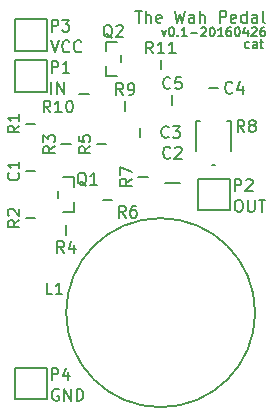
<source format=gbr>
G04 #@! TF.FileFunction,Legend,Top*
%FSLAX46Y46*%
G04 Gerber Fmt 4.6, Leading zero omitted, Abs format (unit mm)*
G04 Created by KiCad (PCBNEW 4.0.2-4+6225~38~ubuntu14.04.1-stable) date Fri 29 Apr 2016 12:46:25 PM PDT*
%MOMM*%
G01*
G04 APERTURE LIST*
%ADD10C,0.100000*%
%ADD11C,0.150000*%
%ADD12C,0.200000*%
G04 APERTURE END LIST*
D10*
D11*
X149500000Y-99053571D02*
X149428571Y-99089286D01*
X149285714Y-99089286D01*
X149214286Y-99053571D01*
X149178571Y-99017857D01*
X149142857Y-98946429D01*
X149142857Y-98732143D01*
X149178571Y-98660714D01*
X149214286Y-98625000D01*
X149285714Y-98589286D01*
X149428571Y-98589286D01*
X149500000Y-98625000D01*
X150142857Y-99089286D02*
X150142857Y-98696429D01*
X150107143Y-98625000D01*
X150035714Y-98589286D01*
X149892857Y-98589286D01*
X149821428Y-98625000D01*
X150142857Y-99053571D02*
X150071428Y-99089286D01*
X149892857Y-99089286D01*
X149821428Y-99053571D01*
X149785714Y-98982143D01*
X149785714Y-98910714D01*
X149821428Y-98839286D01*
X149892857Y-98803571D01*
X150071428Y-98803571D01*
X150142857Y-98767857D01*
X150392857Y-98589286D02*
X150678571Y-98589286D01*
X150499999Y-98339286D02*
X150499999Y-98982143D01*
X150535714Y-99053571D01*
X150607142Y-99089286D01*
X150678571Y-99089286D01*
X142107143Y-97589286D02*
X142285714Y-98089286D01*
X142464286Y-97589286D01*
X142892858Y-97339286D02*
X142964286Y-97339286D01*
X143035715Y-97375000D01*
X143071429Y-97410714D01*
X143107143Y-97482143D01*
X143142858Y-97625000D01*
X143142858Y-97803571D01*
X143107143Y-97946429D01*
X143071429Y-98017857D01*
X143035715Y-98053571D01*
X142964286Y-98089286D01*
X142892858Y-98089286D01*
X142821429Y-98053571D01*
X142785715Y-98017857D01*
X142750000Y-97946429D01*
X142714286Y-97803571D01*
X142714286Y-97625000D01*
X142750000Y-97482143D01*
X142785715Y-97410714D01*
X142821429Y-97375000D01*
X142892858Y-97339286D01*
X143464286Y-98017857D02*
X143500001Y-98053571D01*
X143464286Y-98089286D01*
X143428572Y-98053571D01*
X143464286Y-98017857D01*
X143464286Y-98089286D01*
X144214287Y-98089286D02*
X143785715Y-98089286D01*
X144000001Y-98089286D02*
X144000001Y-97339286D01*
X143928572Y-97446429D01*
X143857144Y-97517857D01*
X143785715Y-97553571D01*
X144535715Y-97803571D02*
X145107144Y-97803571D01*
X145428572Y-97410714D02*
X145464286Y-97375000D01*
X145535715Y-97339286D01*
X145714286Y-97339286D01*
X145785715Y-97375000D01*
X145821429Y-97410714D01*
X145857144Y-97482143D01*
X145857144Y-97553571D01*
X145821429Y-97660714D01*
X145392858Y-98089286D01*
X145857144Y-98089286D01*
X146321430Y-97339286D02*
X146392858Y-97339286D01*
X146464287Y-97375000D01*
X146500001Y-97410714D01*
X146535715Y-97482143D01*
X146571430Y-97625000D01*
X146571430Y-97803571D01*
X146535715Y-97946429D01*
X146500001Y-98017857D01*
X146464287Y-98053571D01*
X146392858Y-98089286D01*
X146321430Y-98089286D01*
X146250001Y-98053571D01*
X146214287Y-98017857D01*
X146178572Y-97946429D01*
X146142858Y-97803571D01*
X146142858Y-97625000D01*
X146178572Y-97482143D01*
X146214287Y-97410714D01*
X146250001Y-97375000D01*
X146321430Y-97339286D01*
X147285716Y-98089286D02*
X146857144Y-98089286D01*
X147071430Y-98089286D02*
X147071430Y-97339286D01*
X147000001Y-97446429D01*
X146928573Y-97517857D01*
X146857144Y-97553571D01*
X147928573Y-97339286D02*
X147785716Y-97339286D01*
X147714287Y-97375000D01*
X147678573Y-97410714D01*
X147607144Y-97517857D01*
X147571430Y-97660714D01*
X147571430Y-97946429D01*
X147607144Y-98017857D01*
X147642859Y-98053571D01*
X147714287Y-98089286D01*
X147857144Y-98089286D01*
X147928573Y-98053571D01*
X147964287Y-98017857D01*
X148000002Y-97946429D01*
X148000002Y-97767857D01*
X147964287Y-97696429D01*
X147928573Y-97660714D01*
X147857144Y-97625000D01*
X147714287Y-97625000D01*
X147642859Y-97660714D01*
X147607144Y-97696429D01*
X147571430Y-97767857D01*
X148464288Y-97339286D02*
X148535716Y-97339286D01*
X148607145Y-97375000D01*
X148642859Y-97410714D01*
X148678573Y-97482143D01*
X148714288Y-97625000D01*
X148714288Y-97803571D01*
X148678573Y-97946429D01*
X148642859Y-98017857D01*
X148607145Y-98053571D01*
X148535716Y-98089286D01*
X148464288Y-98089286D01*
X148392859Y-98053571D01*
X148357145Y-98017857D01*
X148321430Y-97946429D01*
X148285716Y-97803571D01*
X148285716Y-97625000D01*
X148321430Y-97482143D01*
X148357145Y-97410714D01*
X148392859Y-97375000D01*
X148464288Y-97339286D01*
X149357145Y-97589286D02*
X149357145Y-98089286D01*
X149178574Y-97303571D02*
X149000002Y-97839286D01*
X149464288Y-97839286D01*
X149714288Y-97410714D02*
X149750002Y-97375000D01*
X149821431Y-97339286D01*
X150000002Y-97339286D01*
X150071431Y-97375000D01*
X150107145Y-97410714D01*
X150142860Y-97482143D01*
X150142860Y-97553571D01*
X150107145Y-97660714D01*
X149678574Y-98089286D01*
X150142860Y-98089286D01*
X150785717Y-97339286D02*
X150642860Y-97339286D01*
X150571431Y-97375000D01*
X150535717Y-97410714D01*
X150464288Y-97517857D01*
X150428574Y-97660714D01*
X150428574Y-97946429D01*
X150464288Y-98017857D01*
X150500003Y-98053571D01*
X150571431Y-98089286D01*
X150714288Y-98089286D01*
X150785717Y-98053571D01*
X150821431Y-98017857D01*
X150857146Y-97946429D01*
X150857146Y-97767857D01*
X150821431Y-97696429D01*
X150785717Y-97660714D01*
X150714288Y-97625000D01*
X150571431Y-97625000D01*
X150500003Y-97660714D01*
X150464288Y-97696429D01*
X150428574Y-97767857D01*
D12*
X139845238Y-95952381D02*
X140416667Y-95952381D01*
X140130952Y-96952381D02*
X140130952Y-95952381D01*
X140750000Y-96952381D02*
X140750000Y-95952381D01*
X141178572Y-96952381D02*
X141178572Y-96428571D01*
X141130953Y-96333333D01*
X141035715Y-96285714D01*
X140892857Y-96285714D01*
X140797619Y-96333333D01*
X140750000Y-96380952D01*
X142035715Y-96904762D02*
X141940477Y-96952381D01*
X141750000Y-96952381D01*
X141654762Y-96904762D01*
X141607143Y-96809524D01*
X141607143Y-96428571D01*
X141654762Y-96333333D01*
X141750000Y-96285714D01*
X141940477Y-96285714D01*
X142035715Y-96333333D01*
X142083334Y-96428571D01*
X142083334Y-96523810D01*
X141607143Y-96619048D01*
X143178572Y-95952381D02*
X143416667Y-96952381D01*
X143607144Y-96238095D01*
X143797620Y-96952381D01*
X144035715Y-95952381D01*
X144845239Y-96952381D02*
X144845239Y-96428571D01*
X144797620Y-96333333D01*
X144702382Y-96285714D01*
X144511905Y-96285714D01*
X144416667Y-96333333D01*
X144845239Y-96904762D02*
X144750001Y-96952381D01*
X144511905Y-96952381D01*
X144416667Y-96904762D01*
X144369048Y-96809524D01*
X144369048Y-96714286D01*
X144416667Y-96619048D01*
X144511905Y-96571429D01*
X144750001Y-96571429D01*
X144845239Y-96523810D01*
X145321429Y-96952381D02*
X145321429Y-95952381D01*
X145750001Y-96952381D02*
X145750001Y-96428571D01*
X145702382Y-96333333D01*
X145607144Y-96285714D01*
X145464286Y-96285714D01*
X145369048Y-96333333D01*
X145321429Y-96380952D01*
X146988096Y-96952381D02*
X146988096Y-95952381D01*
X147369049Y-95952381D01*
X147464287Y-96000000D01*
X147511906Y-96047619D01*
X147559525Y-96142857D01*
X147559525Y-96285714D01*
X147511906Y-96380952D01*
X147464287Y-96428571D01*
X147369049Y-96476190D01*
X146988096Y-96476190D01*
X148369049Y-96904762D02*
X148273811Y-96952381D01*
X148083334Y-96952381D01*
X147988096Y-96904762D01*
X147940477Y-96809524D01*
X147940477Y-96428571D01*
X147988096Y-96333333D01*
X148083334Y-96285714D01*
X148273811Y-96285714D01*
X148369049Y-96333333D01*
X148416668Y-96428571D01*
X148416668Y-96523810D01*
X147940477Y-96619048D01*
X149273811Y-96952381D02*
X149273811Y-95952381D01*
X149273811Y-96904762D02*
X149178573Y-96952381D01*
X148988096Y-96952381D01*
X148892858Y-96904762D01*
X148845239Y-96857143D01*
X148797620Y-96761905D01*
X148797620Y-96476190D01*
X148845239Y-96380952D01*
X148892858Y-96333333D01*
X148988096Y-96285714D01*
X149178573Y-96285714D01*
X149273811Y-96333333D01*
X150178573Y-96952381D02*
X150178573Y-96428571D01*
X150130954Y-96333333D01*
X150035716Y-96285714D01*
X149845239Y-96285714D01*
X149750001Y-96333333D01*
X150178573Y-96904762D02*
X150083335Y-96952381D01*
X149845239Y-96952381D01*
X149750001Y-96904762D01*
X149702382Y-96809524D01*
X149702382Y-96714286D01*
X149750001Y-96619048D01*
X149845239Y-96571429D01*
X150083335Y-96571429D01*
X150178573Y-96523810D01*
X150797620Y-96952381D02*
X150702382Y-96904762D01*
X150654763Y-96809524D01*
X150654763Y-95952381D01*
X148528571Y-111952381D02*
X148719048Y-111952381D01*
X148814286Y-112000000D01*
X148909524Y-112095238D01*
X148957143Y-112285714D01*
X148957143Y-112619048D01*
X148909524Y-112809524D01*
X148814286Y-112904762D01*
X148719048Y-112952381D01*
X148528571Y-112952381D01*
X148433333Y-112904762D01*
X148338095Y-112809524D01*
X148290476Y-112619048D01*
X148290476Y-112285714D01*
X148338095Y-112095238D01*
X148433333Y-112000000D01*
X148528571Y-111952381D01*
X149385714Y-111952381D02*
X149385714Y-112761905D01*
X149433333Y-112857143D01*
X149480952Y-112904762D01*
X149576190Y-112952381D01*
X149766667Y-112952381D01*
X149861905Y-112904762D01*
X149909524Y-112857143D01*
X149957143Y-112761905D01*
X149957143Y-111952381D01*
X150290476Y-111952381D02*
X150861905Y-111952381D01*
X150576190Y-112952381D02*
X150576190Y-111952381D01*
X133361905Y-128000000D02*
X133266667Y-127952381D01*
X133123810Y-127952381D01*
X132980952Y-128000000D01*
X132885714Y-128095238D01*
X132838095Y-128190476D01*
X132790476Y-128380952D01*
X132790476Y-128523810D01*
X132838095Y-128714286D01*
X132885714Y-128809524D01*
X132980952Y-128904762D01*
X133123810Y-128952381D01*
X133219048Y-128952381D01*
X133361905Y-128904762D01*
X133409524Y-128857143D01*
X133409524Y-128523810D01*
X133219048Y-128523810D01*
X133838095Y-128952381D02*
X133838095Y-127952381D01*
X134409524Y-128952381D01*
X134409524Y-127952381D01*
X134885714Y-128952381D02*
X134885714Y-127952381D01*
X135123809Y-127952381D01*
X135266667Y-128000000D01*
X135361905Y-128095238D01*
X135409524Y-128190476D01*
X135457143Y-128380952D01*
X135457143Y-128523810D01*
X135409524Y-128714286D01*
X135361905Y-128809524D01*
X135266667Y-128904762D01*
X135123809Y-128952381D01*
X134885714Y-128952381D01*
X132738095Y-102952381D02*
X132738095Y-101952381D01*
X133214285Y-102952381D02*
X133214285Y-101952381D01*
X133785714Y-102952381D01*
X133785714Y-101952381D01*
X132695238Y-98452381D02*
X133028571Y-99452381D01*
X133361905Y-98452381D01*
X134266667Y-99357143D02*
X134219048Y-99404762D01*
X134076191Y-99452381D01*
X133980953Y-99452381D01*
X133838095Y-99404762D01*
X133742857Y-99309524D01*
X133695238Y-99214286D01*
X133647619Y-99023810D01*
X133647619Y-98880952D01*
X133695238Y-98690476D01*
X133742857Y-98595238D01*
X133838095Y-98500000D01*
X133980953Y-98452381D01*
X134076191Y-98452381D01*
X134219048Y-98500000D01*
X134266667Y-98547619D01*
X135266667Y-99357143D02*
X135219048Y-99404762D01*
X135076191Y-99452381D01*
X134980953Y-99452381D01*
X134838095Y-99404762D01*
X134742857Y-99309524D01*
X134695238Y-99214286D01*
X134647619Y-99023810D01*
X134647619Y-98880952D01*
X134695238Y-98690476D01*
X134742857Y-98595238D01*
X134838095Y-98500000D01*
X134980953Y-98452381D01*
X135076191Y-98452381D01*
X135219048Y-98500000D01*
X135266667Y-98547619D01*
D11*
X132350000Y-102850000D02*
X132350000Y-100150000D01*
X132350000Y-100150000D02*
X129650000Y-100150000D01*
X129650000Y-100150000D02*
X129650000Y-102850000D01*
X129650000Y-102850000D02*
X132350000Y-102850000D01*
X147850000Y-112850000D02*
X147850000Y-110150000D01*
X147850000Y-110150000D02*
X145150000Y-110150000D01*
X145150000Y-110150000D02*
X145150000Y-112850000D01*
X145150000Y-112850000D02*
X147850000Y-112850000D01*
X132350000Y-99350000D02*
X132350000Y-96650000D01*
X132350000Y-96650000D02*
X129650000Y-96650000D01*
X129650000Y-96650000D02*
X129650000Y-99350000D01*
X129650000Y-99350000D02*
X132350000Y-99350000D01*
X132350000Y-128850000D02*
X132350000Y-126150000D01*
X132350000Y-126150000D02*
X129650000Y-126150000D01*
X129650000Y-126150000D02*
X129650000Y-128850000D01*
X129650000Y-128850000D02*
X132350000Y-128850000D01*
X133350000Y-111200000D02*
X133350000Y-111800000D01*
X134650000Y-112950000D02*
X134650000Y-112150000D01*
X133700000Y-110050000D02*
X134650000Y-110050000D01*
X134650000Y-110050000D02*
X134650000Y-110850000D01*
X134650000Y-112950000D02*
X133700000Y-112950000D01*
X138650000Y-100300000D02*
X138650000Y-99700000D01*
X137350000Y-98550000D02*
X137350000Y-99350000D01*
X138300000Y-101450000D02*
X137350000Y-101450000D01*
X137350000Y-101450000D02*
X137350000Y-100650000D01*
X137350000Y-98550000D02*
X138300000Y-98550000D01*
X130600000Y-109500000D02*
X131400000Y-109500000D01*
X140250000Y-106650000D02*
X140250000Y-105850000D01*
X146900000Y-102500000D02*
X146100000Y-102500000D01*
X143000000Y-103100000D02*
X143000000Y-103900000D01*
X142375000Y-110500000D02*
X143625000Y-110500000D01*
X145000000Y-107850000D02*
X145000000Y-105250000D01*
X145000000Y-105250000D02*
X145350000Y-105250000D01*
X148000000Y-107850000D02*
X148000000Y-105250000D01*
X148000000Y-105250000D02*
X147650000Y-105250000D01*
X146375000Y-109000000D02*
X146625000Y-109000000D01*
X150000000Y-121500000D02*
G75*
G03X150000000Y-121500000I-8000000J0D01*
G01*
X142000000Y-100900000D02*
X142000000Y-100100000D01*
X135900000Y-103000000D02*
X135100000Y-103000000D01*
X139000000Y-103600000D02*
X139000000Y-104400000D01*
X140900000Y-110000000D02*
X140100000Y-110000000D01*
X137100000Y-112000000D02*
X137900000Y-112000000D01*
X136600000Y-107250000D02*
X137400000Y-107250000D01*
X134000000Y-114900000D02*
X134000000Y-114100000D01*
X133600000Y-107250000D02*
X134400000Y-107250000D01*
X130600000Y-113500000D02*
X131400000Y-113500000D01*
X131400000Y-105500000D02*
X130600000Y-105500000D01*
D12*
X132761905Y-101202381D02*
X132761905Y-100202381D01*
X133142858Y-100202381D01*
X133238096Y-100250000D01*
X133285715Y-100297619D01*
X133333334Y-100392857D01*
X133333334Y-100535714D01*
X133285715Y-100630952D01*
X133238096Y-100678571D01*
X133142858Y-100726190D01*
X132761905Y-100726190D01*
X134285715Y-101202381D02*
X133714286Y-101202381D01*
X134000000Y-101202381D02*
X134000000Y-100202381D01*
X133904762Y-100345238D01*
X133809524Y-100440476D01*
X133714286Y-100488095D01*
X148261905Y-111202381D02*
X148261905Y-110202381D01*
X148642858Y-110202381D01*
X148738096Y-110250000D01*
X148785715Y-110297619D01*
X148833334Y-110392857D01*
X148833334Y-110535714D01*
X148785715Y-110630952D01*
X148738096Y-110678571D01*
X148642858Y-110726190D01*
X148261905Y-110726190D01*
X149214286Y-110297619D02*
X149261905Y-110250000D01*
X149357143Y-110202381D01*
X149595239Y-110202381D01*
X149690477Y-110250000D01*
X149738096Y-110297619D01*
X149785715Y-110392857D01*
X149785715Y-110488095D01*
X149738096Y-110630952D01*
X149166667Y-111202381D01*
X149785715Y-111202381D01*
X132761905Y-97702381D02*
X132761905Y-96702381D01*
X133142858Y-96702381D01*
X133238096Y-96750000D01*
X133285715Y-96797619D01*
X133333334Y-96892857D01*
X133333334Y-97035714D01*
X133285715Y-97130952D01*
X133238096Y-97178571D01*
X133142858Y-97226190D01*
X132761905Y-97226190D01*
X133666667Y-96702381D02*
X134285715Y-96702381D01*
X133952381Y-97083333D01*
X134095239Y-97083333D01*
X134190477Y-97130952D01*
X134238096Y-97178571D01*
X134285715Y-97273810D01*
X134285715Y-97511905D01*
X134238096Y-97607143D01*
X134190477Y-97654762D01*
X134095239Y-97702381D01*
X133809524Y-97702381D01*
X133714286Y-97654762D01*
X133666667Y-97607143D01*
X132761905Y-127202381D02*
X132761905Y-126202381D01*
X133142858Y-126202381D01*
X133238096Y-126250000D01*
X133285715Y-126297619D01*
X133333334Y-126392857D01*
X133333334Y-126535714D01*
X133285715Y-126630952D01*
X133238096Y-126678571D01*
X133142858Y-126726190D01*
X132761905Y-126726190D01*
X134190477Y-126535714D02*
X134190477Y-127202381D01*
X133952381Y-126154762D02*
X133714286Y-126869048D01*
X134333334Y-126869048D01*
X135704762Y-110747619D02*
X135609524Y-110700000D01*
X135514286Y-110604762D01*
X135371429Y-110461905D01*
X135276190Y-110414286D01*
X135180952Y-110414286D01*
X135228571Y-110652381D02*
X135133333Y-110604762D01*
X135038095Y-110509524D01*
X134990476Y-110319048D01*
X134990476Y-109985714D01*
X135038095Y-109795238D01*
X135133333Y-109700000D01*
X135228571Y-109652381D01*
X135419048Y-109652381D01*
X135514286Y-109700000D01*
X135609524Y-109795238D01*
X135657143Y-109985714D01*
X135657143Y-110319048D01*
X135609524Y-110509524D01*
X135514286Y-110604762D01*
X135419048Y-110652381D01*
X135228571Y-110652381D01*
X136609524Y-110652381D02*
X136038095Y-110652381D01*
X136323809Y-110652381D02*
X136323809Y-109652381D01*
X136228571Y-109795238D01*
X136133333Y-109890476D01*
X136038095Y-109938095D01*
X137904762Y-98247619D02*
X137809524Y-98200000D01*
X137714286Y-98104762D01*
X137571429Y-97961905D01*
X137476190Y-97914286D01*
X137380952Y-97914286D01*
X137428571Y-98152381D02*
X137333333Y-98104762D01*
X137238095Y-98009524D01*
X137190476Y-97819048D01*
X137190476Y-97485714D01*
X137238095Y-97295238D01*
X137333333Y-97200000D01*
X137428571Y-97152381D01*
X137619048Y-97152381D01*
X137714286Y-97200000D01*
X137809524Y-97295238D01*
X137857143Y-97485714D01*
X137857143Y-97819048D01*
X137809524Y-98009524D01*
X137714286Y-98104762D01*
X137619048Y-98152381D01*
X137428571Y-98152381D01*
X138238095Y-97247619D02*
X138285714Y-97200000D01*
X138380952Y-97152381D01*
X138619048Y-97152381D01*
X138714286Y-97200000D01*
X138761905Y-97247619D01*
X138809524Y-97342857D01*
X138809524Y-97438095D01*
X138761905Y-97580952D01*
X138190476Y-98152381D01*
X138809524Y-98152381D01*
X129957143Y-109666666D02*
X130004762Y-109714285D01*
X130052381Y-109857142D01*
X130052381Y-109952380D01*
X130004762Y-110095238D01*
X129909524Y-110190476D01*
X129814286Y-110238095D01*
X129623810Y-110285714D01*
X129480952Y-110285714D01*
X129290476Y-110238095D01*
X129195238Y-110190476D01*
X129100000Y-110095238D01*
X129052381Y-109952380D01*
X129052381Y-109857142D01*
X129100000Y-109714285D01*
X129147619Y-109666666D01*
X130052381Y-108714285D02*
X130052381Y-109285714D01*
X130052381Y-109000000D02*
X129052381Y-109000000D01*
X129195238Y-109095238D01*
X129290476Y-109190476D01*
X129338095Y-109285714D01*
X142683334Y-106607143D02*
X142635715Y-106654762D01*
X142492858Y-106702381D01*
X142397620Y-106702381D01*
X142254762Y-106654762D01*
X142159524Y-106559524D01*
X142111905Y-106464286D01*
X142064286Y-106273810D01*
X142064286Y-106130952D01*
X142111905Y-105940476D01*
X142159524Y-105845238D01*
X142254762Y-105750000D01*
X142397620Y-105702381D01*
X142492858Y-105702381D01*
X142635715Y-105750000D01*
X142683334Y-105797619D01*
X143016667Y-105702381D02*
X143635715Y-105702381D01*
X143302381Y-106083333D01*
X143445239Y-106083333D01*
X143540477Y-106130952D01*
X143588096Y-106178571D01*
X143635715Y-106273810D01*
X143635715Y-106511905D01*
X143588096Y-106607143D01*
X143540477Y-106654762D01*
X143445239Y-106702381D01*
X143159524Y-106702381D01*
X143064286Y-106654762D01*
X143016667Y-106607143D01*
X148083334Y-102857143D02*
X148035715Y-102904762D01*
X147892858Y-102952381D01*
X147797620Y-102952381D01*
X147654762Y-102904762D01*
X147559524Y-102809524D01*
X147511905Y-102714286D01*
X147464286Y-102523810D01*
X147464286Y-102380952D01*
X147511905Y-102190476D01*
X147559524Y-102095238D01*
X147654762Y-102000000D01*
X147797620Y-101952381D01*
X147892858Y-101952381D01*
X148035715Y-102000000D01*
X148083334Y-102047619D01*
X148940477Y-102285714D02*
X148940477Y-102952381D01*
X148702381Y-101904762D02*
X148464286Y-102619048D01*
X149083334Y-102619048D01*
X142833334Y-102457143D02*
X142785715Y-102504762D01*
X142642858Y-102552381D01*
X142547620Y-102552381D01*
X142404762Y-102504762D01*
X142309524Y-102409524D01*
X142261905Y-102314286D01*
X142214286Y-102123810D01*
X142214286Y-101980952D01*
X142261905Y-101790476D01*
X142309524Y-101695238D01*
X142404762Y-101600000D01*
X142547620Y-101552381D01*
X142642858Y-101552381D01*
X142785715Y-101600000D01*
X142833334Y-101647619D01*
X143738096Y-101552381D02*
X143261905Y-101552381D01*
X143214286Y-102028571D01*
X143261905Y-101980952D01*
X143357143Y-101933333D01*
X143595239Y-101933333D01*
X143690477Y-101980952D01*
X143738096Y-102028571D01*
X143785715Y-102123810D01*
X143785715Y-102361905D01*
X143738096Y-102457143D01*
X143690477Y-102504762D01*
X143595239Y-102552381D01*
X143357143Y-102552381D01*
X143261905Y-102504762D01*
X143214286Y-102457143D01*
X142833334Y-108357143D02*
X142785715Y-108404762D01*
X142642858Y-108452381D01*
X142547620Y-108452381D01*
X142404762Y-108404762D01*
X142309524Y-108309524D01*
X142261905Y-108214286D01*
X142214286Y-108023810D01*
X142214286Y-107880952D01*
X142261905Y-107690476D01*
X142309524Y-107595238D01*
X142404762Y-107500000D01*
X142547620Y-107452381D01*
X142642858Y-107452381D01*
X142785715Y-107500000D01*
X142833334Y-107547619D01*
X143214286Y-107547619D02*
X143261905Y-107500000D01*
X143357143Y-107452381D01*
X143595239Y-107452381D01*
X143690477Y-107500000D01*
X143738096Y-107547619D01*
X143785715Y-107642857D01*
X143785715Y-107738095D01*
X143738096Y-107880952D01*
X143166667Y-108452381D01*
X143785715Y-108452381D01*
X149083334Y-106202381D02*
X148750000Y-105726190D01*
X148511905Y-106202381D02*
X148511905Y-105202381D01*
X148892858Y-105202381D01*
X148988096Y-105250000D01*
X149035715Y-105297619D01*
X149083334Y-105392857D01*
X149083334Y-105535714D01*
X149035715Y-105630952D01*
X148988096Y-105678571D01*
X148892858Y-105726190D01*
X148511905Y-105726190D01*
X149654762Y-105630952D02*
X149559524Y-105583333D01*
X149511905Y-105535714D01*
X149464286Y-105440476D01*
X149464286Y-105392857D01*
X149511905Y-105297619D01*
X149559524Y-105250000D01*
X149654762Y-105202381D01*
X149845239Y-105202381D01*
X149940477Y-105250000D01*
X149988096Y-105297619D01*
X150035715Y-105392857D01*
X150035715Y-105440476D01*
X149988096Y-105535714D01*
X149940477Y-105583333D01*
X149845239Y-105630952D01*
X149654762Y-105630952D01*
X149559524Y-105678571D01*
X149511905Y-105726190D01*
X149464286Y-105821429D01*
X149464286Y-106011905D01*
X149511905Y-106107143D01*
X149559524Y-106154762D01*
X149654762Y-106202381D01*
X149845239Y-106202381D01*
X149940477Y-106154762D01*
X149988096Y-106107143D01*
X150035715Y-106011905D01*
X150035715Y-105821429D01*
X149988096Y-105726190D01*
X149940477Y-105678571D01*
X149845239Y-105630952D01*
X132833334Y-119952381D02*
X132357143Y-119952381D01*
X132357143Y-118952381D01*
X133690477Y-119952381D02*
X133119048Y-119952381D01*
X133404762Y-119952381D02*
X133404762Y-118952381D01*
X133309524Y-119095238D01*
X133214286Y-119190476D01*
X133119048Y-119238095D01*
X141357143Y-99552381D02*
X141023809Y-99076190D01*
X140785714Y-99552381D02*
X140785714Y-98552381D01*
X141166667Y-98552381D01*
X141261905Y-98600000D01*
X141309524Y-98647619D01*
X141357143Y-98742857D01*
X141357143Y-98885714D01*
X141309524Y-98980952D01*
X141261905Y-99028571D01*
X141166667Y-99076190D01*
X140785714Y-99076190D01*
X142309524Y-99552381D02*
X141738095Y-99552381D01*
X142023809Y-99552381D02*
X142023809Y-98552381D01*
X141928571Y-98695238D01*
X141833333Y-98790476D01*
X141738095Y-98838095D01*
X143261905Y-99552381D02*
X142690476Y-99552381D01*
X142976190Y-99552381D02*
X142976190Y-98552381D01*
X142880952Y-98695238D01*
X142785714Y-98790476D01*
X142690476Y-98838095D01*
X132657143Y-104552381D02*
X132323809Y-104076190D01*
X132085714Y-104552381D02*
X132085714Y-103552381D01*
X132466667Y-103552381D01*
X132561905Y-103600000D01*
X132609524Y-103647619D01*
X132657143Y-103742857D01*
X132657143Y-103885714D01*
X132609524Y-103980952D01*
X132561905Y-104028571D01*
X132466667Y-104076190D01*
X132085714Y-104076190D01*
X133609524Y-104552381D02*
X133038095Y-104552381D01*
X133323809Y-104552381D02*
X133323809Y-103552381D01*
X133228571Y-103695238D01*
X133133333Y-103790476D01*
X133038095Y-103838095D01*
X134228571Y-103552381D02*
X134323810Y-103552381D01*
X134419048Y-103600000D01*
X134466667Y-103647619D01*
X134514286Y-103742857D01*
X134561905Y-103933333D01*
X134561905Y-104171429D01*
X134514286Y-104361905D01*
X134466667Y-104457143D01*
X134419048Y-104504762D01*
X134323810Y-104552381D01*
X134228571Y-104552381D01*
X134133333Y-104504762D01*
X134085714Y-104457143D01*
X134038095Y-104361905D01*
X133990476Y-104171429D01*
X133990476Y-103933333D01*
X134038095Y-103742857D01*
X134085714Y-103647619D01*
X134133333Y-103600000D01*
X134228571Y-103552381D01*
X138833334Y-103052381D02*
X138500000Y-102576190D01*
X138261905Y-103052381D02*
X138261905Y-102052381D01*
X138642858Y-102052381D01*
X138738096Y-102100000D01*
X138785715Y-102147619D01*
X138833334Y-102242857D01*
X138833334Y-102385714D01*
X138785715Y-102480952D01*
X138738096Y-102528571D01*
X138642858Y-102576190D01*
X138261905Y-102576190D01*
X139309524Y-103052381D02*
X139500000Y-103052381D01*
X139595239Y-103004762D01*
X139642858Y-102957143D01*
X139738096Y-102814286D01*
X139785715Y-102623810D01*
X139785715Y-102242857D01*
X139738096Y-102147619D01*
X139690477Y-102100000D01*
X139595239Y-102052381D01*
X139404762Y-102052381D01*
X139309524Y-102100000D01*
X139261905Y-102147619D01*
X139214286Y-102242857D01*
X139214286Y-102480952D01*
X139261905Y-102576190D01*
X139309524Y-102623810D01*
X139404762Y-102671429D01*
X139595239Y-102671429D01*
X139690477Y-102623810D01*
X139738096Y-102576190D01*
X139785715Y-102480952D01*
X139552381Y-110166666D02*
X139076190Y-110500000D01*
X139552381Y-110738095D02*
X138552381Y-110738095D01*
X138552381Y-110357142D01*
X138600000Y-110261904D01*
X138647619Y-110214285D01*
X138742857Y-110166666D01*
X138885714Y-110166666D01*
X138980952Y-110214285D01*
X139028571Y-110261904D01*
X139076190Y-110357142D01*
X139076190Y-110738095D01*
X138552381Y-109833333D02*
X138552381Y-109166666D01*
X139552381Y-109595238D01*
X139033334Y-113452381D02*
X138700000Y-112976190D01*
X138461905Y-113452381D02*
X138461905Y-112452381D01*
X138842858Y-112452381D01*
X138938096Y-112500000D01*
X138985715Y-112547619D01*
X139033334Y-112642857D01*
X139033334Y-112785714D01*
X138985715Y-112880952D01*
X138938096Y-112928571D01*
X138842858Y-112976190D01*
X138461905Y-112976190D01*
X139890477Y-112452381D02*
X139700000Y-112452381D01*
X139604762Y-112500000D01*
X139557143Y-112547619D01*
X139461905Y-112690476D01*
X139414286Y-112880952D01*
X139414286Y-113261905D01*
X139461905Y-113357143D01*
X139509524Y-113404762D01*
X139604762Y-113452381D01*
X139795239Y-113452381D01*
X139890477Y-113404762D01*
X139938096Y-113357143D01*
X139985715Y-113261905D01*
X139985715Y-113023810D01*
X139938096Y-112928571D01*
X139890477Y-112880952D01*
X139795239Y-112833333D01*
X139604762Y-112833333D01*
X139509524Y-112880952D01*
X139461905Y-112928571D01*
X139414286Y-113023810D01*
X136052381Y-107416666D02*
X135576190Y-107750000D01*
X136052381Y-107988095D02*
X135052381Y-107988095D01*
X135052381Y-107607142D01*
X135100000Y-107511904D01*
X135147619Y-107464285D01*
X135242857Y-107416666D01*
X135385714Y-107416666D01*
X135480952Y-107464285D01*
X135528571Y-107511904D01*
X135576190Y-107607142D01*
X135576190Y-107988095D01*
X135052381Y-106511904D02*
X135052381Y-106988095D01*
X135528571Y-107035714D01*
X135480952Y-106988095D01*
X135433333Y-106892857D01*
X135433333Y-106654761D01*
X135480952Y-106559523D01*
X135528571Y-106511904D01*
X135623810Y-106464285D01*
X135861905Y-106464285D01*
X135957143Y-106511904D01*
X136004762Y-106559523D01*
X136052381Y-106654761D01*
X136052381Y-106892857D01*
X136004762Y-106988095D01*
X135957143Y-107035714D01*
X133833334Y-116452381D02*
X133500000Y-115976190D01*
X133261905Y-116452381D02*
X133261905Y-115452381D01*
X133642858Y-115452381D01*
X133738096Y-115500000D01*
X133785715Y-115547619D01*
X133833334Y-115642857D01*
X133833334Y-115785714D01*
X133785715Y-115880952D01*
X133738096Y-115928571D01*
X133642858Y-115976190D01*
X133261905Y-115976190D01*
X134690477Y-115785714D02*
X134690477Y-116452381D01*
X134452381Y-115404762D02*
X134214286Y-116119048D01*
X134833334Y-116119048D01*
X133052381Y-107416666D02*
X132576190Y-107750000D01*
X133052381Y-107988095D02*
X132052381Y-107988095D01*
X132052381Y-107607142D01*
X132100000Y-107511904D01*
X132147619Y-107464285D01*
X132242857Y-107416666D01*
X132385714Y-107416666D01*
X132480952Y-107464285D01*
X132528571Y-107511904D01*
X132576190Y-107607142D01*
X132576190Y-107988095D01*
X132052381Y-107083333D02*
X132052381Y-106464285D01*
X132433333Y-106797619D01*
X132433333Y-106654761D01*
X132480952Y-106559523D01*
X132528571Y-106511904D01*
X132623810Y-106464285D01*
X132861905Y-106464285D01*
X132957143Y-106511904D01*
X133004762Y-106559523D01*
X133052381Y-106654761D01*
X133052381Y-106940476D01*
X133004762Y-107035714D01*
X132957143Y-107083333D01*
X130052381Y-113666666D02*
X129576190Y-114000000D01*
X130052381Y-114238095D02*
X129052381Y-114238095D01*
X129052381Y-113857142D01*
X129100000Y-113761904D01*
X129147619Y-113714285D01*
X129242857Y-113666666D01*
X129385714Y-113666666D01*
X129480952Y-113714285D01*
X129528571Y-113761904D01*
X129576190Y-113857142D01*
X129576190Y-114238095D01*
X129147619Y-113285714D02*
X129100000Y-113238095D01*
X129052381Y-113142857D01*
X129052381Y-112904761D01*
X129100000Y-112809523D01*
X129147619Y-112761904D01*
X129242857Y-112714285D01*
X129338095Y-112714285D01*
X129480952Y-112761904D01*
X130052381Y-113333333D01*
X130052381Y-112714285D01*
X130052381Y-105666666D02*
X129576190Y-106000000D01*
X130052381Y-106238095D02*
X129052381Y-106238095D01*
X129052381Y-105857142D01*
X129100000Y-105761904D01*
X129147619Y-105714285D01*
X129242857Y-105666666D01*
X129385714Y-105666666D01*
X129480952Y-105714285D01*
X129528571Y-105761904D01*
X129576190Y-105857142D01*
X129576190Y-106238095D01*
X130052381Y-104714285D02*
X130052381Y-105285714D01*
X130052381Y-105000000D02*
X129052381Y-105000000D01*
X129195238Y-105095238D01*
X129290476Y-105190476D01*
X129338095Y-105285714D01*
M02*

</source>
